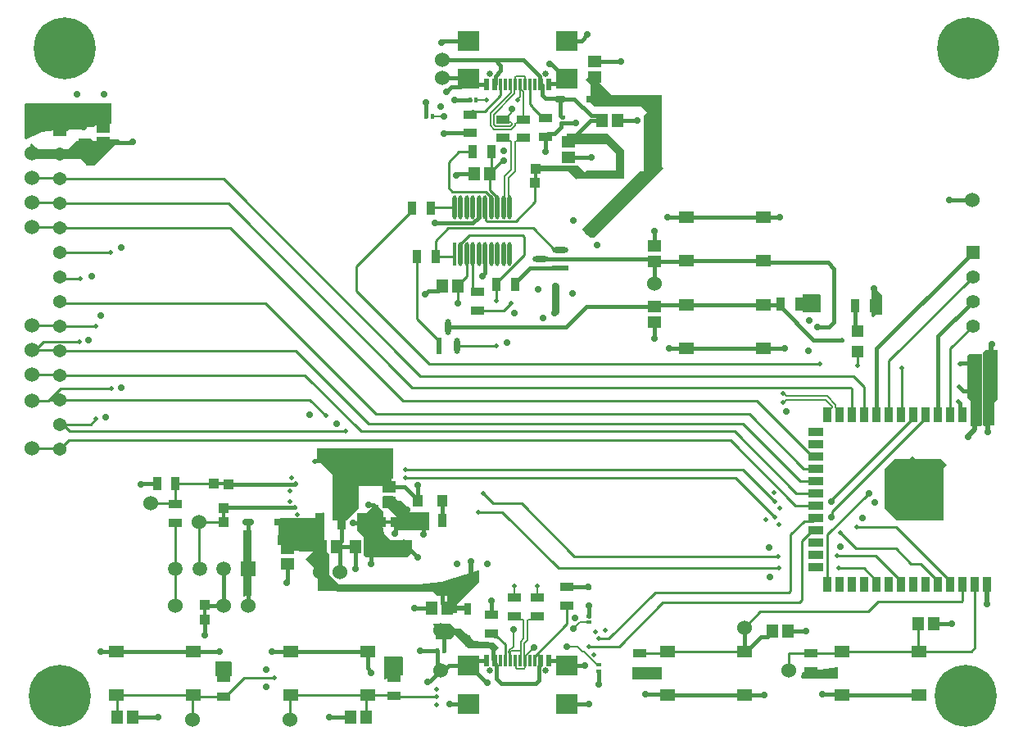
<source format=gtl>
G04*
G04 #@! TF.GenerationSoftware,Altium Limited,Altium Designer,25.3.2 (17)*
G04*
G04 Layer_Physical_Order=1*
G04 Layer_Color=255*
%FSLAX25Y25*%
%MOIN*%
G70*
G04*
G04 #@! TF.SameCoordinates,61AD8EE7-702F-4F1E-9177-D9EBC2C31418*
G04*
G04*
G04 #@! TF.FilePolarity,Positive*
G04*
G01*
G75*
%ADD16C,0.01000*%
%ADD18R,0.06102X0.05118*%
%ADD19R,0.05136X0.05733*%
%ADD20C,0.06000*%
%ADD21R,0.03937X0.03937*%
%ADD22R,0.02362X0.01378*%
%ADD23R,0.01378X0.02362*%
%ADD24R,0.01181X0.04528*%
%ADD25R,0.02362X0.04528*%
%ADD26R,0.08583X0.07874*%
G04:AMPARAMS|DCode=27|XSize=35.43mil|YSize=68.9mil|CornerRadius=1.95mil|HoleSize=0mil|Usage=FLASHONLY|Rotation=180.000|XOffset=0mil|YOffset=0mil|HoleType=Round|Shape=RoundedRectangle|*
%AMROUNDEDRECTD27*
21,1,0.03543,0.06500,0,0,180.0*
21,1,0.03154,0.06890,0,0,180.0*
1,1,0.00390,-0.01577,0.03250*
1,1,0.00390,0.01577,0.03250*
1,1,0.00390,0.01577,-0.03250*
1,1,0.00390,-0.01577,-0.03250*
%
%ADD27ROUNDEDRECTD27*%
G04:AMPARAMS|DCode=28|XSize=125.98mil|YSize=68.9mil|CornerRadius=2.07mil|HoleSize=0mil|Usage=FLASHONLY|Rotation=180.000|XOffset=0mil|YOffset=0mil|HoleType=Round|Shape=RoundedRectangle|*
%AMROUNDEDRECTD28*
21,1,0.12598,0.06476,0,0,180.0*
21,1,0.12185,0.06890,0,0,180.0*
1,1,0.00413,-0.06093,0.03238*
1,1,0.00413,0.06093,0.03238*
1,1,0.00413,0.06093,-0.03238*
1,1,0.00413,-0.06093,-0.03238*
%
%ADD28ROUNDEDRECTD28*%
%ADD29R,0.05433X0.03622*%
%ADD30R,0.03543X0.05906*%
%ADD31R,0.05906X0.03543*%
%ADD32R,0.03543X0.03543*%
%ADD33R,0.04724X0.04724*%
G04:AMPARAMS|DCode=34|XSize=65.24mil|YSize=24.1mil|CornerRadius=12.05mil|HoleSize=0mil|Usage=FLASHONLY|Rotation=180.000|XOffset=0mil|YOffset=0mil|HoleType=Round|Shape=RoundedRectangle|*
%AMROUNDEDRECTD34*
21,1,0.06524,0.00000,0,0,180.0*
21,1,0.04114,0.02410,0,0,180.0*
1,1,0.02410,-0.02057,0.00000*
1,1,0.02410,0.02057,0.00000*
1,1,0.02410,0.02057,0.00000*
1,1,0.02410,-0.02057,0.00000*
%
%ADD34ROUNDEDRECTD34*%
%ADD35R,0.06524X0.02410*%
%ADD36R,0.03622X0.05433*%
%ADD37R,0.03937X0.03937*%
%ADD38R,0.04951X0.02766*%
G04:AMPARAMS|DCode=39|XSize=49.51mil|YSize=27.66mil|CornerRadius=13.83mil|HoleSize=0mil|Usage=FLASHONLY|Rotation=180.000|XOffset=0mil|YOffset=0mil|HoleType=Round|Shape=RoundedRectangle|*
%AMROUNDEDRECTD39*
21,1,0.04951,0.00000,0,0,180.0*
21,1,0.02185,0.02766,0,0,180.0*
1,1,0.02766,-0.01093,0.00000*
1,1,0.02766,0.01093,0.00000*
1,1,0.02766,0.01093,0.00000*
1,1,0.02766,-0.01093,0.00000*
%
%ADD39ROUNDEDRECTD39*%
%ADD40R,0.04331X0.04921*%
%ADD41R,0.05733X0.05136*%
%ADD42R,0.02766X0.04951*%
G04:AMPARAMS|DCode=43|XSize=49.51mil|YSize=27.66mil|CornerRadius=13.83mil|HoleSize=0mil|Usage=FLASHONLY|Rotation=270.000|XOffset=0mil|YOffset=0mil|HoleType=Round|Shape=RoundedRectangle|*
%AMROUNDEDRECTD43*
21,1,0.04951,0.00000,0,0,270.0*
21,1,0.02185,0.02766,0,0,270.0*
1,1,0.02766,0.00000,-0.01093*
1,1,0.02766,0.00000,0.01093*
1,1,0.02766,0.00000,0.01093*
1,1,0.02766,0.00000,-0.01093*
%
%ADD43ROUNDEDRECTD43*%
G04:AMPARAMS|DCode=44|XSize=97.53mil|YSize=16.81mil|CornerRadius=8.41mil|HoleSize=0mil|Usage=FLASHONLY|Rotation=90.000|XOffset=0mil|YOffset=0mil|HoleType=Round|Shape=RoundedRectangle|*
%AMROUNDEDRECTD44*
21,1,0.09753,0.00000,0,0,90.0*
21,1,0.08072,0.01681,0,0,90.0*
1,1,0.01681,0.00000,0.04036*
1,1,0.01681,0.00000,-0.04036*
1,1,0.01681,0.00000,-0.04036*
1,1,0.01681,0.00000,0.04036*
%
%ADD44ROUNDEDRECTD44*%
%ADD45R,0.01681X0.09753*%
G04:AMPARAMS|DCode=46|XSize=65.24mil|YSize=24.1mil|CornerRadius=12.05mil|HoleSize=0mil|Usage=FLASHONLY|Rotation=90.000|XOffset=0mil|YOffset=0mil|HoleType=Round|Shape=RoundedRectangle|*
%AMROUNDEDRECTD46*
21,1,0.06524,0.00000,0,0,90.0*
21,1,0.04114,0.02410,0,0,90.0*
1,1,0.02410,0.00000,0.02057*
1,1,0.02410,0.00000,-0.02057*
1,1,0.02410,0.00000,-0.02057*
1,1,0.02410,0.00000,0.02057*
%
%ADD46ROUNDEDRECTD46*%
%ADD47R,0.02410X0.06524*%
%ADD59C,0.02559*%
%ADD64C,0.25197*%
%ADD67C,0.00603*%
%ADD68C,0.01500*%
%ADD69C,0.02000*%
%ADD70C,0.03000*%
%ADD71R,0.04200X0.01500*%
%ADD72R,0.01500X0.04200*%
%ADD73C,0.05472*%
%ADD74R,0.05472X0.05472*%
%ADD75R,0.05394X0.05394*%
%ADD76C,0.05394*%
%ADD77R,0.05937X0.05937*%
%ADD78C,0.05937*%
%ADD79C,0.02756*%
%ADD80C,0.01968*%
G36*
X3400Y257800D02*
X37800D01*
Y249782D01*
X37525Y249565D01*
X34000Y250400D01*
X30700Y248200D01*
X25700D01*
X9700Y246100D01*
X3400Y243200D01*
X3200Y243000D01*
X2500Y243700D01*
Y256200D01*
Y257300D01*
X3200Y258000D01*
X3400Y257800D01*
D02*
G37*
G36*
X31500Y241500D02*
X33000Y243000D01*
X41043D01*
X41177Y242677D01*
X31000Y232500D01*
X27500D01*
Y233000D01*
X25000Y235500D01*
X24500Y235000D01*
X5000D01*
Y241000D01*
X5500Y241500D01*
X8000Y239000D01*
X22500D01*
X24500Y241000D01*
Y243500D01*
X29500D01*
X31500Y241500D01*
D02*
G37*
G36*
X246500Y238800D02*
Y227000D01*
X227400D01*
X227200Y226800D01*
X223300Y230700D01*
X208600D01*
Y231700D01*
X209400Y232500D01*
X209500Y232400D01*
X209700Y232600D01*
X227800D01*
X230600Y229800D01*
X231100Y230300D01*
X243300D01*
Y237300D01*
X238600Y242000D01*
X224100D01*
X223100Y243000D01*
Y245500D01*
X239800D01*
X246500Y238800D01*
D02*
G37*
G36*
X234504Y268347D02*
X234504Y268347D01*
X234504Y268347D01*
Y267996D01*
X241500Y261000D01*
X262000D01*
Y232000D01*
X262500Y231500D01*
X234500Y203500D01*
Y203000D01*
X233000D01*
X229500Y206500D01*
X253000Y230000D01*
X254500D01*
Y252500D01*
X256000Y254000D01*
X253500Y256500D01*
X234500D01*
X233000Y258000D01*
Y265500D01*
X231000Y267500D01*
X232000Y268500D01*
X234200D01*
X234504Y268347D01*
D02*
G37*
G36*
X326700Y179750D02*
Y172650D01*
X319400D01*
Y180150D01*
X325700D01*
X326000Y180450D01*
X326700Y179750D01*
D02*
G37*
G36*
X351600Y179500D02*
Y171700D01*
X348800D01*
X347900Y170800D01*
X347100Y171600D01*
Y183543D01*
X347423Y183677D01*
X351600Y179500D01*
D02*
G37*
G36*
X398500Y137700D02*
X398600Y137600D01*
X397200Y136200D01*
Y126900D01*
X393500D01*
X393100Y126500D01*
X392600Y127000D01*
Y156300D01*
X393600Y157300D01*
X398500D01*
Y137700D01*
D02*
G37*
G36*
X392100Y126700D02*
X391700Y126300D01*
X391500Y126500D01*
X387600D01*
Y136900D01*
X386300Y138200D01*
Y155100D01*
X387100Y155900D01*
X392100D01*
Y126700D01*
D02*
G37*
G36*
X377750Y110750D02*
X376500Y109500D01*
Y88000D01*
X357500D01*
X352500Y93000D01*
Y109000D01*
X356500Y113000D01*
X375500D01*
X377750Y110750D01*
D02*
G37*
G36*
X152500Y105000D02*
X152000D01*
X149000Y102000D01*
X138500D01*
Y93000D01*
X133500Y88000D01*
X128000D01*
Y106500D01*
X121500Y113000D01*
Y117500D01*
X152500D01*
Y105000D01*
D02*
G37*
G36*
X159400Y91300D02*
X167100D01*
Y84400D01*
X166900Y84200D01*
X153875D01*
X153633Y84453D01*
X153853Y89647D01*
X148400Y95100D01*
X148400Y97800D01*
X148323Y97877D01*
X148457Y98200D01*
X152500D01*
X159400Y91300D01*
D02*
G37*
G36*
X148858Y82942D02*
X151600Y80200D01*
X160200D01*
Y74900D01*
X158300Y73000D01*
X141500D01*
X140600Y73900D01*
Y81600D01*
X138000Y84200D01*
Y91200D01*
X141800D01*
X144640Y94040D01*
Y94360D01*
X146440D01*
X148858Y82942D01*
D02*
G37*
G36*
X95000Y84000D02*
Y57500D01*
X92500D01*
X92000Y57000D01*
X91500Y57500D01*
Y84000D01*
X93000D01*
X94000Y85000D01*
X95000Y84000D01*
D02*
G37*
G36*
X124500Y91000D02*
Y78649D01*
X122351Y76500D01*
X124500D01*
X126500Y74500D01*
Y66000D01*
X130500Y62000D01*
X163000D01*
X172300Y63000D01*
X187216Y67907D01*
X187500Y67702D01*
Y63000D01*
X178500Y54000D01*
Y50500D01*
X175500D01*
X174500Y51500D01*
Y57500D01*
X170500D01*
X168500Y59500D01*
X122000D01*
Y67500D01*
X117000Y72500D01*
X120000Y75500D01*
X114500D01*
X112000Y78000D01*
X105500D01*
Y82000D01*
X106500Y83000D01*
Y89000D01*
X121500D01*
X124000Y91500D01*
X124500Y91000D01*
D02*
G37*
G36*
X180000Y42000D02*
X182500D01*
X185298Y39202D01*
X193637Y38363D01*
X195616Y36384D01*
X193677Y34446D01*
X191921Y36202D01*
X183298D01*
X177297Y42202D01*
Y41203D01*
X175797Y39702D01*
X169798D01*
Y44703D01*
X168621Y45879D01*
X168755Y46202D01*
X175797D01*
X180000Y42000D01*
D02*
G37*
G36*
X86900Y30300D02*
Y24700D01*
X80300D01*
Y30800D01*
X86400D01*
X86900Y30300D01*
D02*
G37*
G36*
X333700Y28134D02*
Y23800D01*
X319200D01*
X318600Y24400D01*
X319200Y26400D01*
X333436Y28364D01*
X333700Y28134D01*
D02*
G37*
G36*
X156600Y32500D02*
Y25200D01*
X152900D01*
X149350Y23524D01*
X149000Y23651D01*
Y32800D01*
X155700D01*
X156000Y33100D01*
X156600Y32500D01*
D02*
G37*
G36*
X262000Y23300D02*
X250400D01*
X249800Y23900D01*
Y28600D01*
X262000D01*
Y23300D01*
D02*
G37*
D16*
X141653Y16657D02*
X142138Y17142D01*
X141653Y8000D02*
Y16657D01*
X39972Y17142D02*
X40347Y16767D01*
Y8000D02*
Y16767D01*
X366347Y35657D02*
X367146Y34858D01*
X366347Y35657D02*
Y46000D01*
X389400Y36400D02*
Y62202D01*
X387858Y34858D02*
X389400Y36400D01*
X346000Y51000D02*
X350000Y55000D01*
X302004Y51000D02*
X346000D01*
X295504Y44500D02*
X302004Y51000D01*
X384400Y55586D02*
Y62202D01*
X383814Y55000D02*
X384400Y55586D01*
X350000Y55000D02*
X383814D01*
X313500Y27000D02*
X313600Y27100D01*
Y34200D01*
X17064Y207500D02*
X19504D01*
X196900Y91600D02*
X219800Y68700D01*
X187200Y91600D02*
X196900D01*
X189117Y99083D02*
X193200Y95000D01*
X192004Y229000D02*
Y229298D01*
X196670Y233964D01*
X197164D01*
X197500Y234300D01*
X179004Y176804D02*
Y183500D01*
X178800Y176600D02*
X179004Y176804D01*
X7000Y247500D02*
Y254100D01*
X359500Y131200D02*
Y150000D01*
X326400Y151700D02*
X326600Y151900D01*
X167300Y151700D02*
X326400D01*
X340500Y155862D02*
X341504Y156866D01*
Y151004D02*
Y156866D01*
X163700Y146900D02*
X339900D01*
X341500Y151000D02*
X341504Y151004D01*
X137500Y181500D02*
X167300Y151700D01*
X157700Y108800D02*
X294900D01*
X157600Y105400D02*
X291900D01*
X118740Y137160D02*
X125100Y130800D01*
X12183Y136980D02*
X16884D01*
X12183Y136800D02*
X17083Y141700D01*
X20810Y124600D02*
X133300D01*
X187004Y173480D02*
X197580D01*
X200700Y176600D01*
X213598Y251760D02*
X214504D01*
X209300Y256058D02*
X213598Y251760D01*
X209300Y256058D02*
Y256300D01*
X208181Y257419D02*
X209300Y256300D01*
X208181Y257419D02*
Y265512D01*
X210150Y32909D02*
X223400Y46160D01*
Y53440D01*
X210150Y31236D02*
Y32909D01*
X379400Y62202D02*
Y63384D01*
X357283Y85500D02*
X379400Y63384D01*
X341400Y85500D02*
X357283D01*
X374400Y62202D02*
Y63384D01*
X367284Y70500D02*
X374400Y63384D01*
X363300Y70500D02*
X367284D01*
X357093Y76707D02*
X363300Y70500D01*
X340893Y76707D02*
X357093D01*
X334500Y83100D02*
X340893Y76707D01*
X137500Y181500D02*
Y191350D01*
X160244Y214094D01*
Y215000D01*
X83440Y227160D02*
X163700Y146900D01*
X339900D02*
X344400Y142400D01*
X338814Y142200D02*
X339400Y141614D01*
X160400Y142200D02*
X338814D01*
X85440Y217160D02*
X160400Y142200D01*
X339400Y131100D02*
Y141614D01*
X300549Y136900D02*
X323298Y114151D01*
X86340Y207160D02*
X156600Y136900D01*
X300549D01*
X17064Y207160D02*
X19504D01*
X86340D01*
X17144Y197080D02*
X37620D01*
X37700Y197000D01*
X17064Y197160D02*
X17144Y197080D01*
X17083Y141700D02*
X37900D01*
X7000Y136800D02*
X12183D01*
X16884Y136980D02*
X17064Y137160D01*
Y167160D02*
X17094Y167130D01*
X31670D02*
X31700Y167100D01*
X17094Y167130D02*
X31670D01*
X18250Y127160D02*
X29560D01*
X31700Y129300D01*
X17064Y127160D02*
X18250D01*
X17064Y137160D02*
X118740D01*
X17824Y186400D02*
X25300D01*
X17064Y187160D02*
X17824Y186400D01*
X7000Y167500D02*
X17064D01*
Y177160D02*
X17824Y176400D01*
X100600D02*
X145450Y131550D01*
X17824Y176400D02*
X100600D01*
X10400Y160900D02*
X24900D01*
X7000Y157500D02*
X10400Y160900D01*
X193200Y95000D02*
X204900D01*
X226300Y73600D01*
X309400D01*
X333100Y73800D02*
X348984D01*
X359400Y63384D01*
Y62202D02*
Y63384D01*
X18250Y127160D02*
X20810Y124600D01*
X219800Y68700D02*
X309700D01*
X333800D02*
X344083D01*
X349400Y63384D01*
Y62202D02*
Y63384D01*
X329400Y62202D02*
Y82400D01*
X346100Y99100D01*
X190590Y209900D02*
X202600D01*
X190004Y215500D02*
X190134Y215370D01*
X202600Y209900D02*
X210404Y217704D01*
X190134Y210355D02*
Y215370D01*
Y210355D02*
X190590Y209900D01*
X367146Y34858D02*
X387858D01*
X358494Y108069D02*
Y111268D01*
X358200Y111562D02*
Y111824D01*
Y111562D02*
X358494Y111268D01*
X313600Y34200D02*
X322444D01*
X322504Y34260D01*
X369400Y129919D02*
Y131100D01*
X331236Y91755D02*
X369400Y129919D01*
X331236Y89836D02*
Y91755D01*
X330900Y89500D02*
X331236Y89836D01*
X364400Y129919D02*
Y131100D01*
X331278Y96797D02*
X364400Y129919D01*
X331278Y96278D02*
Y96797D01*
X330942Y95942D02*
X331278Y96278D01*
X294900Y108800D02*
X307900Y95800D01*
Y95700D02*
Y95800D01*
X291900Y105400D02*
X307800Y89500D01*
X354400Y152996D02*
X388564Y187160D01*
X354400Y131100D02*
Y152996D01*
X313714Y58900D02*
X314300Y59486D01*
Y82300D01*
X240200Y40000D02*
X259100Y58900D01*
X313714D01*
X314300Y82300D02*
X319880Y87880D01*
X323207D01*
X324479Y89151D01*
X244500Y36800D02*
X262400Y54700D01*
X317900D01*
X232400Y36800D02*
X244500D01*
X317900Y54700D02*
X319000Y55800D01*
Y79853D01*
X323298Y84151D01*
X324479D01*
X20604Y120700D02*
X289800D01*
X17064Y117160D02*
X20604Y120700D01*
X289800D02*
X316349Y94151D01*
X324479D01*
X116640Y147160D02*
X139500Y124300D01*
X291500D02*
X316649Y99151D01*
X139500Y124300D02*
X291500D01*
X17064Y147160D02*
X116640D01*
X316649Y99151D02*
X324479D01*
X318249Y104151D02*
X324479D01*
X294900Y127500D02*
X318249Y104151D01*
X142700Y127500D02*
X294900D01*
X319749Y109151D02*
X324479D01*
X154600Y131400D02*
X297500D01*
X319749Y109151D01*
X7004Y207500D02*
X17064D01*
X323298Y114151D02*
X324479D01*
X373515Y94185D02*
X373700Y94000D01*
X372378Y94185D02*
X373515D01*
X369518Y97045D02*
X372378Y94185D01*
X364600Y92900D02*
Y93162D01*
X364006Y93756D02*
X364600Y93162D01*
X364006Y93756D02*
Y97045D01*
X354100Y94200D02*
X354259Y94359D01*
X355809D01*
X358494Y97045D01*
X353700Y103100D02*
X353962D01*
X354505Y102557D01*
X358494D01*
X363800Y108275D02*
Y113000D01*
Y108275D02*
X364006Y108069D01*
X372215Y111815D02*
X372400Y112000D01*
X372215Y110765D02*
Y111815D01*
X369518Y108069D02*
X372215Y110765D01*
X372357Y102557D02*
X374000Y104200D01*
X369518Y102557D02*
X372357D01*
X374130Y99585D02*
X374815D01*
X366948Y99615D02*
X374100D01*
X364006Y102557D02*
X366948Y99615D01*
X374100D02*
X374130Y99585D01*
X374815D02*
X375000Y99400D01*
X17064Y217160D02*
X85440D01*
X7000Y217500D02*
X17064D01*
X344400Y131100D02*
Y142400D01*
X359400Y131100D02*
X359500Y131200D01*
X379400Y131100D02*
Y157996D01*
X388564Y167160D01*
X7000Y117500D02*
X17064D01*
X7000Y157500D02*
X17064D01*
X7000Y147500D02*
X17064D01*
Y227160D02*
X83440D01*
X7000Y227500D02*
X17064D01*
X192504Y215500D02*
Y219536D01*
X195004Y215500D02*
Y219536D01*
X174900Y207000D02*
X209626D01*
X205886Y196047D02*
Y203514D01*
X180004Y196498D02*
Y200534D01*
X183570Y204100D01*
X205300D02*
X205886Y203514D01*
X183570Y204100D02*
X205300D01*
X177504Y195841D02*
Y196498D01*
X185004Y182311D02*
Y196498D01*
X179004Y183500D02*
Y183798D01*
X182504Y187298D01*
Y196498D01*
X177164Y195500D02*
X177504Y195841D01*
X169764Y195500D02*
X177164D01*
X162244Y170138D02*
Y195500D01*
X194700Y177500D02*
Y183956D01*
X194744Y184906D02*
X205886Y196047D01*
X194700Y183956D02*
X194744Y184000D01*
Y184906D01*
X194561Y159061D02*
X194700Y159200D01*
X178744Y159061D02*
X189461D01*
X189500Y159100D01*
X189461Y159061D02*
X194561D01*
X162244Y170138D02*
X171264Y161118D01*
Y159061D02*
Y161118D01*
X185004Y182311D02*
X186315Y181000D01*
X187004D01*
X190140Y221900D02*
X192504Y219536D01*
X218386Y198240D02*
X220443D01*
X209626Y207000D02*
X218386Y198240D01*
X169764Y201864D02*
X174900Y207000D01*
X192004Y222536D02*
X195004Y219536D01*
X169764Y195500D02*
Y201864D01*
X189771Y254571D02*
X196370Y261170D01*
Y265512D01*
X192504Y229500D02*
Y238000D01*
X192004Y229000D02*
X192504Y229500D01*
X210404Y217704D02*
Y225300D01*
X193815Y40929D02*
X195071D01*
X198339Y37661D01*
X192504Y42240D02*
X193815Y40929D01*
X142138Y17142D02*
X152602D01*
X153004Y16740D02*
X153344Y16400D01*
X152602Y17142D02*
X153004Y16740D01*
X84409Y16480D02*
X91929Y24000D01*
X83504Y16480D02*
X84409D01*
X91929Y24000D02*
X104200D01*
X110700Y17003D02*
X110839Y17142D01*
X198339Y31236D02*
Y37661D01*
X110839Y17142D02*
X142138D01*
X153344Y16400D02*
X170200D01*
X154500Y131500D02*
X154600Y131400D01*
X145450Y131500D02*
X154500D01*
X113040Y157160D02*
X142700Y127500D01*
X145450Y131500D02*
Y131550D01*
X263784Y34260D02*
X264382Y34858D01*
X295681D01*
X335354D02*
X366654D01*
X334756Y34260D02*
X335354Y34858D01*
X322504Y34260D02*
X334756D01*
X175100Y233700D02*
X179400Y238000D01*
X184984D01*
X175100Y223400D02*
Y233700D01*
X168264Y215500D02*
X177504D01*
X175100Y223400D02*
X176600Y221900D01*
X167764Y215000D02*
X168264Y215500D01*
X176600Y221900D02*
X190140D01*
X185315Y254571D02*
X189771D01*
X71000Y16870D02*
X71272Y17142D01*
X110700Y7100D02*
Y17003D01*
X83304Y87500D02*
X83504Y87300D01*
X63976Y68500D02*
X63990Y68486D01*
Y53514D02*
Y68486D01*
X73662Y68657D02*
X73819Y68500D01*
X63990Y53514D02*
X64004Y53500D01*
X63976Y87213D02*
X64004Y87240D01*
Y94760D02*
Y103000D01*
X73504Y87500D02*
X83304D01*
X64004Y103000D02*
X79604D01*
X54004Y95000D02*
X63764D01*
X64004Y94760D01*
X73504Y87500D02*
X73662Y87343D01*
X71933Y16480D02*
X83504D01*
X73662Y68657D02*
Y87343D01*
X63976Y68500D02*
Y87213D01*
X71272Y17142D02*
X71933Y16480D01*
X71000Y7000D02*
Y16870D01*
X39972Y17142D02*
X71272D01*
X236100Y40000D02*
X240200D01*
X253004Y34260D02*
X263784D01*
X192004Y222536D02*
Y229000D01*
X17064Y157160D02*
X113040D01*
D18*
X142138Y17142D02*
D03*
X110839D02*
D03*
X142138Y34858D02*
D03*
X110839D02*
D03*
X271854Y211358D02*
D03*
X303154D02*
D03*
X271854Y193642D02*
D03*
X303154D02*
D03*
X335354Y34858D02*
D03*
X366654D02*
D03*
X335354Y17142D02*
D03*
X366654D02*
D03*
X295681D02*
D03*
X264382D02*
D03*
X295681Y34858D02*
D03*
X264382D02*
D03*
X39972D02*
D03*
X71272D02*
D03*
X39972Y17142D02*
D03*
X71272D02*
D03*
X303154Y158142D02*
D03*
X271854D02*
D03*
X303154Y175858D02*
D03*
X271854D02*
D03*
D19*
X141653Y8000D02*
D03*
X135347D02*
D03*
X40347D02*
D03*
X46653D02*
D03*
X372653Y46000D02*
D03*
X366347D02*
D03*
X313153Y43000D02*
D03*
X306847D02*
D03*
X237747Y250700D02*
D03*
X244053D02*
D03*
X179004Y183500D02*
D03*
X172699D02*
D03*
X192004Y229000D02*
D03*
X185699D02*
D03*
X174504Y52500D02*
D03*
X168199D02*
D03*
X143504Y77500D02*
D03*
X137199D02*
D03*
X123351D02*
D03*
X129657D02*
D03*
X389347Y140800D02*
D03*
X395653D02*
D03*
X389495Y152000D02*
D03*
X395800D02*
D03*
D20*
X5701Y217600D02*
D03*
X172504Y275500D02*
D03*
Y268000D02*
D03*
X5701Y167500D02*
D03*
Y147500D02*
D03*
Y136800D02*
D03*
Y157500D02*
D03*
X5700Y207400D02*
D03*
X143004Y113500D02*
D03*
X388400Y218600D02*
D03*
X5701Y227500D02*
D03*
Y237500D02*
D03*
X71000Y7000D02*
D03*
X110700Y7100D02*
D03*
X73504Y87500D02*
D03*
X64004Y53500D02*
D03*
X54004Y95000D02*
D03*
X157004Y77500D02*
D03*
X313500Y27000D02*
D03*
X295504Y44500D02*
D03*
X172000Y43500D02*
D03*
X123004Y67000D02*
D03*
X131004D02*
D03*
X93571Y53500D02*
D03*
X83504D02*
D03*
X172000Y27100D02*
D03*
X258800Y184500D02*
D03*
X5701Y117500D02*
D03*
Y247500D02*
D03*
D21*
X153504Y87500D02*
D03*
X147604Y87600D02*
D03*
X85504Y102900D02*
D03*
X79604Y103000D02*
D03*
D22*
X232300Y46720D02*
D03*
Y49279D02*
D03*
X236100Y29480D02*
D03*
Y26921D02*
D03*
X221504Y252280D02*
D03*
Y249720D02*
D03*
D23*
X168500Y252500D02*
D03*
X165941D02*
D03*
X186380Y259200D02*
D03*
X183820D02*
D03*
X173280Y35000D02*
D03*
X170721D02*
D03*
D24*
X210150Y31236D02*
D03*
X208181D02*
D03*
X206213D02*
D03*
X204244D02*
D03*
X202276D02*
D03*
X200307D02*
D03*
X198339D02*
D03*
X196370D02*
D03*
Y265512D02*
D03*
X198339D02*
D03*
X200307D02*
D03*
X202276D02*
D03*
X204244D02*
D03*
X206213D02*
D03*
X208181D02*
D03*
X210150D02*
D03*
D25*
X212709Y31236D02*
D03*
X193811D02*
D03*
X215858D02*
D03*
X190661D02*
D03*
X193811Y265512D02*
D03*
X212709D02*
D03*
X190661D02*
D03*
X215858D02*
D03*
D26*
X223378Y28972D02*
D03*
X183142D02*
D03*
X223378Y13500D02*
D03*
X183142D02*
D03*
Y267776D02*
D03*
X223378D02*
D03*
X183142Y283248D02*
D03*
X223378D02*
D03*
D27*
X122449Y87697D02*
D03*
X131504D02*
D03*
X140559D02*
D03*
D28*
X131504Y112303D02*
D03*
D29*
X211100Y49140D02*
D03*
Y56660D02*
D03*
X184004Y245740D02*
D03*
Y253260D02*
D03*
X197200Y251260D02*
D03*
Y243740D02*
D03*
X64004Y94760D02*
D03*
Y87240D02*
D03*
X322504Y34260D02*
D03*
Y26740D02*
D03*
X223400Y60960D02*
D03*
Y53440D02*
D03*
X201800Y49240D02*
D03*
Y56760D02*
D03*
X192504Y49760D02*
D03*
Y42240D02*
D03*
X83504Y16480D02*
D03*
Y24000D02*
D03*
X153004Y16740D02*
D03*
Y24260D02*
D03*
X253004Y34260D02*
D03*
Y26740D02*
D03*
X214504Y244240D02*
D03*
Y251760D02*
D03*
X205700Y251160D02*
D03*
Y243640D02*
D03*
X187004Y173480D02*
D03*
Y181000D02*
D03*
D30*
X394400Y131100D02*
D03*
X389400D02*
D03*
X384400D02*
D03*
X379400D02*
D03*
X374400D02*
D03*
X369400D02*
D03*
X364400D02*
D03*
X359400D02*
D03*
X354400D02*
D03*
X349400D02*
D03*
X344400D02*
D03*
X339400D02*
D03*
X334400D02*
D03*
X329400D02*
D03*
Y62202D02*
D03*
X334400D02*
D03*
X339400D02*
D03*
X344400D02*
D03*
X349400D02*
D03*
X354400D02*
D03*
X359400D02*
D03*
X364400D02*
D03*
X369400D02*
D03*
X374400D02*
D03*
X379400D02*
D03*
X384400D02*
D03*
X389400D02*
D03*
X394400D02*
D03*
D31*
X324479Y124151D02*
D03*
Y119151D02*
D03*
Y114151D02*
D03*
Y109151D02*
D03*
Y104151D02*
D03*
Y99151D02*
D03*
Y94151D02*
D03*
Y89151D02*
D03*
Y84151D02*
D03*
Y79151D02*
D03*
Y74151D02*
D03*
Y69151D02*
D03*
D32*
X364006Y102557D02*
D03*
X369518D02*
D03*
Y108069D02*
D03*
X364006D02*
D03*
X358494D02*
D03*
Y102557D02*
D03*
Y97045D02*
D03*
X364006D02*
D03*
X369518D02*
D03*
D33*
X341504Y156866D02*
D03*
Y165134D02*
D03*
D34*
X212565Y194500D02*
D03*
X220443Y198240D02*
D03*
D35*
Y190760D02*
D03*
D36*
X192504Y238000D02*
D03*
X184984D02*
D03*
X340744Y175500D02*
D03*
X348264D02*
D03*
X310244Y176000D02*
D03*
X317764D02*
D03*
X56484Y103000D02*
D03*
X64004D02*
D03*
X164984Y88000D02*
D03*
X172504D02*
D03*
X160244Y215000D02*
D03*
X167764D02*
D03*
X169764Y195500D02*
D03*
X162244D02*
D03*
X194744Y184000D02*
D03*
X202264D02*
D03*
D37*
X83604Y93200D02*
D03*
X83504Y87300D02*
D03*
X75904Y47800D02*
D03*
X76004Y53700D02*
D03*
X210404Y225300D02*
D03*
X210504Y231200D02*
D03*
D38*
X106502Y87500D02*
D03*
X233502Y259500D02*
D03*
D39*
X93506Y87500D02*
D03*
X220506Y259500D02*
D03*
D40*
X162583Y96000D02*
D03*
X172425D02*
D03*
D41*
X234504Y268347D02*
D03*
Y274653D02*
D03*
X224004Y242153D02*
D03*
Y235847D02*
D03*
X151004Y95347D02*
D03*
Y101653D02*
D03*
X109504Y76653D02*
D03*
Y70347D02*
D03*
X259004Y175153D02*
D03*
Y168847D02*
D03*
Y193347D02*
D03*
Y199653D02*
D03*
X34500Y248153D02*
D03*
Y241847D02*
D03*
D42*
X183004Y51998D02*
D03*
D43*
Y39002D02*
D03*
D44*
X177504Y215500D02*
D03*
X180004D02*
D03*
X182504D02*
D03*
X185004D02*
D03*
X187504D02*
D03*
X190004D02*
D03*
X192504D02*
D03*
X195004D02*
D03*
X197504D02*
D03*
X200004D02*
D03*
Y196498D02*
D03*
X197504D02*
D03*
X195004D02*
D03*
X192504D02*
D03*
X190004D02*
D03*
X187504D02*
D03*
X185004D02*
D03*
X182504D02*
D03*
X180004D02*
D03*
D45*
X177504D02*
D03*
D46*
X175004Y166939D02*
D03*
X178744Y159061D02*
D03*
D47*
X171264D02*
D03*
D59*
X214638Y27004D02*
D03*
X191882D02*
D03*
Y269744D02*
D03*
X214638D02*
D03*
D64*
X386487Y280000D02*
D03*
X385700Y16800D02*
D03*
X19004Y280000D02*
D03*
X17000Y16700D02*
D03*
D67*
X205930Y31519D02*
Y38181D01*
X209803Y36500D02*
X210000D01*
X206213Y31236D02*
Y32909D01*
X209803Y36500D01*
X200018Y31525D02*
X200307Y31236D01*
X200018Y31525D02*
Y34120D01*
X199704Y34434D02*
X200018Y34120D01*
X199704Y34434D02*
Y35037D01*
X201600Y36933D01*
Y43800D01*
X201800Y49240D02*
X203309Y47731D01*
X205375D01*
X205728Y47377D01*
Y39963D02*
Y47377D01*
X204527Y38763D02*
X205728Y39963D01*
X204527Y35141D02*
Y38763D01*
X200307Y31236D02*
Y34787D01*
X200660Y35141D01*
X204527D01*
X205800Y268900D02*
X206213Y268487D01*
X202553Y268900D02*
X205800D01*
X204244Y260614D02*
Y265512D01*
X206213D02*
Y268487D01*
X202200Y265436D02*
Y268547D01*
X202553Y268900D01*
X201600Y49040D02*
X201800Y49240D01*
X226000Y44000D02*
X228720Y46720D01*
X232300D01*
X223300Y36700D02*
X227600D01*
X229500Y34800D01*
X230287D01*
X235608Y29480D01*
X236100D01*
X206213Y28313D02*
Y31236D01*
X205800Y27900D02*
X206213Y28313D01*
X202918Y27900D02*
X205800D01*
X202565Y28253D02*
X202918Y27900D01*
X202565Y28253D02*
Y30947D01*
X202276Y31236D02*
X202565Y30947D01*
X197200Y251260D02*
X198106D01*
X200488Y253642D01*
Y255088D01*
X200900Y255500D01*
X173300Y252500D02*
X173400Y252600D01*
X168500Y252500D02*
X173300D01*
X203100Y259470D02*
X204244Y260614D01*
X203100Y259100D02*
Y259470D01*
X190400Y259200D02*
X190500Y259100D01*
X186380Y259200D02*
X190400D01*
X201993Y265229D02*
X202200Y265436D01*
X204244Y263839D02*
Y265512D01*
Y263839D02*
X205700Y262383D01*
Y251160D02*
Y262383D01*
X312447Y138652D02*
X329135D01*
X332601Y135185D01*
Y134080D02*
Y135185D01*
X311400Y139699D02*
X312447Y138652D01*
X334400Y131100D02*
Y132281D01*
X311400Y139699D02*
Y139700D01*
X332601Y134080D02*
X334400Y132281D01*
X311397Y136200D02*
X311399D01*
X331199Y134080D02*
Y134604D01*
X312447Y137249D02*
X328554D01*
X311399Y136200D02*
X312447Y137249D01*
X329400Y132281D02*
X331199Y134080D01*
X329400Y131100D02*
Y132281D01*
X328554Y137249D02*
X331199Y134604D01*
X201800Y56560D02*
Y61300D01*
X211100Y56660D02*
Y61400D01*
Y56660D02*
X211100Y56660D01*
X204244Y31236D02*
X204527Y31519D01*
Y35141D01*
X207131Y39382D02*
Y47377D01*
X205930Y31519D02*
X206213Y31236D01*
X205930Y38181D02*
X207131Y39382D01*
X209690Y47731D02*
X211100Y49140D01*
X207131Y47377D02*
X207484Y47731D01*
X209690D01*
X201993Y261683D02*
Y265229D01*
X200590Y262264D02*
Y265229D01*
X200307Y265512D02*
X200590Y265229D01*
X193579Y253269D02*
X201993Y261683D01*
X194285Y248544D02*
X200115D01*
X200769Y249199D01*
Y249698D01*
X200416Y250052D02*
X200769Y249698D01*
X198408Y250052D02*
X200416D01*
X193579Y249251D02*
X194285Y248544D01*
X197200Y251260D02*
X198408Y250052D01*
X193579Y249251D02*
Y253269D01*
X192176Y253850D02*
X200590Y262264D01*
X192176Y248670D02*
Y253850D01*
Y248670D02*
X193704Y247141D01*
X202172Y248618D02*
Y249557D01*
X200696Y247141D02*
X202172Y248618D01*
X202525Y249910D02*
X204450D01*
X202172Y249557D02*
X202525Y249910D01*
X193704Y247141D02*
X200696D01*
X204450Y249910D02*
X205700Y251160D01*
X199455Y227429D02*
X202131Y230104D01*
X199455Y220376D02*
Y227429D01*
X200004Y215500D02*
Y219828D01*
X199455Y220376D02*
X200004Y219828D01*
X202131Y242079D02*
X202484Y242432D01*
X204492D02*
X205700Y243640D01*
X202131Y230104D02*
Y242079D01*
X202484Y242432D02*
X204492D01*
X197504Y219828D02*
X198053Y220376D01*
Y228010D02*
X200728Y230685D01*
X198053Y220376D02*
Y228010D01*
X200728Y230685D02*
Y242137D01*
X200375Y242491D02*
X200728Y242137D01*
X198450Y242491D02*
X200375D01*
X197504Y215500D02*
Y219828D01*
X197200Y243740D02*
X198450Y242491D01*
D68*
X126500Y8000D02*
X135347D01*
X46653D02*
X57000D01*
X372653Y46000D02*
X380000D01*
X313153Y43000D02*
X320500D01*
X306847Y42702D02*
Y43000D01*
X305029Y40883D02*
X306847Y42702D01*
X302199Y40883D02*
X305029D01*
X296173Y34858D02*
X302199Y40883D01*
X295681Y34858D02*
X296173D01*
X348264Y175500D02*
Y182536D01*
X27053Y241847D02*
X46547D01*
X383378Y132122D02*
X384400Y131100D01*
X382700Y136373D02*
X383378Y135695D01*
X383300Y152000D02*
X389495D01*
X382700Y136373D02*
Y136500D01*
X382927Y142400D02*
X384527Y140800D01*
X382800Y142400D02*
X382927D01*
X383100Y151800D02*
X383300Y152000D01*
X383378Y132122D02*
Y135695D01*
X158200Y77500D02*
X162700Y73000D01*
X157004Y77500D02*
X158200D01*
X164984Y82784D02*
Y88000D01*
X164800Y82600D02*
X164984Y82784D01*
X19504Y247500D02*
Y248076D01*
Y247500D02*
X20080Y248076D01*
X19504Y247500D02*
X20157Y248153D01*
X19500Y255900D02*
X19504Y255896D01*
X34500Y248153D02*
Y256100D01*
X178300Y228600D02*
X178700Y229000D01*
X185699D01*
X173300Y245500D02*
X173540Y245740D01*
X184004D01*
X144640Y94360D02*
X147604Y91396D01*
X142940Y94360D02*
X144640D01*
X142700Y94600D02*
X142940Y94360D01*
X147604Y87600D02*
Y91396D01*
X143500Y70400D02*
X143504Y70404D01*
Y77500D01*
X137100Y87100D02*
X139962D01*
X140559Y87697D01*
X33658Y34858D02*
X39972D01*
X33600Y34800D02*
X33658Y34858D01*
X39972D02*
X71272D01*
X384527Y140800D02*
X389347D01*
X143506Y26260D02*
Y26600D01*
X142138Y27968D02*
Y34858D01*
Y27968D02*
X143506Y26600D01*
X155353Y95347D02*
X158200Y92500D01*
X151004Y95347D02*
X155353D01*
X7000Y237500D02*
X19504D01*
X26860D02*
X28960Y235400D01*
X29300D01*
X212278Y265943D02*
X213140Y265081D01*
X205700Y275500D02*
X212278Y268922D01*
X194100Y275500D02*
X205700D01*
X212278Y265943D02*
Y268922D01*
X194100Y275500D02*
X196400Y273200D01*
X172504Y275500D02*
X194100D01*
X196400Y271000D02*
Y273200D01*
X172686Y54318D02*
X174504Y52500D01*
X172686Y54318D02*
Y57814D01*
X170500Y60000D02*
X172686Y57814D01*
X130004Y60000D02*
X170500D01*
X123004Y67000D02*
X130004Y60000D01*
X224004Y242153D02*
X224302D01*
X224004D02*
X240547D01*
X244800Y228979D02*
Y237900D01*
X229243Y228100D02*
X243921D01*
X244800Y228979D01*
X258706Y193347D02*
X259004D01*
X212565Y194500D02*
X257851D01*
X216300Y273900D02*
X216899D01*
X223024Y267776D01*
X223378D01*
X221504Y249720D02*
X221565Y249781D01*
X226781D01*
X226900Y249900D01*
X237747Y250700D02*
Y250998D01*
X235929Y252817D02*
X237747Y250998D01*
X233084Y252817D02*
X235929D01*
X226400Y259500D02*
X233084Y252817D01*
X220506Y259500D02*
X226400D01*
X232850Y250700D02*
X237747D01*
X224302Y242153D02*
X232850Y250700D01*
X233502Y259500D02*
X233871D01*
X234504Y260133D01*
X214504Y244240D02*
X215565Y245301D01*
X218101D01*
X221000Y248200D01*
Y248842D02*
X221073Y248915D01*
Y249659D01*
X221000Y248200D02*
Y248842D01*
X221073Y249659D02*
X221134Y249720D01*
X221504D01*
X232040Y60960D02*
X232100Y60900D01*
X223400Y60960D02*
X232040D01*
X236100Y21700D02*
X236200Y21600D01*
X236100Y21700D02*
Y23100D01*
X236100Y23100D01*
X236100Y23100D02*
Y26921D01*
X232300Y53400D02*
X232300Y53400D01*
Y49279D02*
Y53400D01*
X177600Y259000D02*
X183759D01*
X183820Y259061D01*
Y259200D01*
X165900Y258200D02*
X165920Y258180D01*
Y252520D02*
Y258180D01*
Y252520D02*
X165941Y252500D01*
X330720Y26820D02*
X330800Y26900D01*
X335354Y17142D02*
X366654D01*
X322584Y26820D02*
X330720D01*
X327300Y17300D02*
X335196D01*
X322504Y26740D02*
X322584Y26820D01*
X131500Y95500D02*
X131502Y95498D01*
Y87699D02*
Y95498D01*
Y87699D02*
X131504Y87697D01*
X257851Y194500D02*
X259004Y193347D01*
X325200Y166700D02*
X330000D01*
X332000Y168700D01*
Y190500D01*
X329500Y193000D02*
X332000Y190500D01*
X303795Y193000D02*
X329500D01*
X303154Y193642D02*
X303795Y193000D01*
X378800Y218300D02*
X378950Y218450D01*
X388250D01*
X388400Y218600D01*
X349400Y157996D02*
X388564Y197160D01*
X349400Y131100D02*
Y157996D01*
X295504Y35035D02*
Y44500D01*
X212278Y30805D02*
X212709Y31236D01*
X212000Y28844D02*
X212278Y29121D01*
X210621Y21800D02*
X212000Y23179D01*
X212278Y29121D02*
Y30805D01*
X212000Y23179D02*
Y28844D01*
X193811Y30154D02*
Y31236D01*
X194700Y23800D02*
Y29265D01*
Y23800D02*
X196700Y21800D01*
X193811Y30154D02*
X194700Y29265D01*
X193380Y31667D02*
X193811Y31236D01*
X194242Y268842D02*
X196400Y271000D01*
X194242Y265943D02*
Y268842D01*
X193811Y265512D02*
X194242Y265943D01*
X389347Y140800D02*
X389495Y140947D01*
Y152000D01*
X389400Y131100D02*
Y140747D01*
X389347Y140800D02*
X389400Y140747D01*
X374400Y131100D02*
Y162996D01*
X388564Y177160D01*
X26900Y242000D02*
X27053Y241847D01*
X26660Y241760D02*
X26900Y242000D01*
X20080Y248076D02*
X26676D01*
X23764Y241760D02*
X26660D01*
X19504Y237500D02*
X23764Y241760D01*
X19504Y237500D02*
X26860D01*
X303154Y211358D02*
X309742D01*
X309800Y211300D01*
X317764Y176000D02*
X324700D01*
X310244Y175094D02*
Y176000D01*
X310102Y175858D02*
X310244Y176000D01*
Y175094D02*
X323739Y161600D01*
X303154Y175858D02*
X310102D01*
X271854Y193642D02*
X303154D01*
X271854Y211358D02*
X303154D01*
X340744Y165894D02*
Y175500D01*
X329456Y161500D02*
X335400D01*
X340744Y165894D02*
X341504Y165134D01*
X311842Y158142D02*
X311900Y158200D01*
X323739Y161600D02*
X329356D01*
X329456Y161500D01*
X271854Y158142D02*
X303154D01*
X311842D01*
X271642Y193642D02*
X271854D01*
X271347Y193347D02*
X271642Y193642D01*
X259004Y193347D02*
X271347D01*
X259004Y199653D02*
Y205896D01*
X265000Y158200D02*
X265058Y158142D01*
X259004Y162104D02*
Y168847D01*
X259710Y175858D02*
X271854D01*
X259004Y175153D02*
X259710Y175858D01*
X265058Y158142D02*
X271854D01*
X259000Y162100D02*
X259004Y162104D01*
X258800Y193143D02*
X259004Y193347D01*
X258800Y184500D02*
Y193143D01*
X264300Y211400D02*
X264342Y211358D01*
X259000Y205900D02*
X259004Y205896D01*
X264342Y211358D02*
X271854D01*
X172699Y183202D02*
Y183500D01*
X202264Y184906D02*
X208118Y190760D01*
X202264Y184000D02*
Y184906D01*
X175004Y166939D02*
X222934D01*
X231147Y175153D01*
X259004D01*
X165600Y180100D02*
X166884Y181384D01*
X170880D01*
X172699Y183202D01*
X188800Y187500D02*
X190004Y188704D01*
Y196498D01*
X208118Y190760D02*
X220443D01*
X245153Y274653D02*
X245200Y274700D01*
X234504Y274653D02*
X245153D01*
X221545Y265943D02*
X223378Y267776D01*
X229248Y283248D02*
X231700Y285700D01*
X223378Y283248D02*
X229248D01*
X226143Y231200D02*
X229243Y228100D01*
X210504Y231200D02*
X226143D01*
X216289Y265943D02*
X221545D01*
X215858Y265512D02*
X216289Y265943D01*
X172400Y282600D02*
X173048Y283248D01*
X183142D01*
X185406Y265512D02*
X190661D01*
X213140Y261260D02*
Y265081D01*
X220264Y259742D02*
X220506Y259500D01*
X221134Y252280D02*
X221504D01*
X220506Y252907D02*
X221134Y252280D01*
X213140Y261260D02*
X214658Y259742D01*
X220264D01*
X220506Y252907D02*
Y259500D01*
X240547Y242153D02*
X244800Y237900D01*
X214500Y238000D02*
X214504Y238004D01*
Y244240D01*
X224004Y235847D02*
X224057Y235900D01*
X233300D01*
X244053Y250700D02*
X251896D01*
X173280Y35000D02*
Y41003D01*
X163500Y35000D02*
X170721D01*
X153000Y31200D02*
X153004Y31196D01*
X110839Y34858D02*
X142138D01*
X175090Y28972D02*
X183142D01*
X103158Y34858D02*
X110839D01*
X103100Y34800D02*
X103158Y34858D01*
X83504Y53500D02*
X83583Y53579D01*
X83500Y28600D02*
X83504Y28596D01*
Y24000D02*
Y28596D01*
X161200Y52600D02*
X161300Y52500D01*
X168199D01*
X183589Y37900D02*
X192300D01*
X193380Y36820D01*
X183004Y38485D02*
Y40095D01*
Y38485D02*
X183589Y37900D01*
X153004Y24260D02*
Y31196D01*
X172000Y42282D02*
Y43500D01*
X192400Y55500D02*
X192504Y55396D01*
X179599Y43500D02*
X183004Y40095D01*
X172000Y43500D02*
X179599D01*
X172000Y42282D02*
X173280Y41003D01*
X192504Y49760D02*
Y55396D01*
X183496Y28972D02*
X190469Y22000D01*
X193380Y31667D02*
Y36820D01*
X190469Y22000D02*
X190900D01*
X183142Y28972D02*
X185406Y31236D01*
X190661D01*
X166740Y22840D02*
X167740D01*
X170721Y29597D02*
Y35000D01*
X173218Y27100D02*
X175090Y28972D01*
X172000Y27100D02*
X173218D01*
X170721Y29597D02*
X172000Y28318D01*
Y27100D02*
Y28318D01*
X167740Y22840D02*
X172000Y27100D01*
X166500Y22600D02*
X166740Y22840D01*
X162583Y96000D02*
X162641Y96059D01*
X162583Y96000D02*
Y96295D01*
X172425Y96000D02*
X172465Y95961D01*
X162641Y96059D02*
Y102541D01*
X151004Y101653D02*
X157226D01*
X151004D02*
Y111504D01*
X157226Y101653D02*
X162583Y96295D01*
X162641Y102541D02*
X162700Y102600D01*
X112700Y102900D02*
X112800Y103000D01*
X149260Y116200D02*
X149600D01*
X151004Y111504D02*
X151100Y111600D01*
X147421Y114361D02*
X149260Y116200D01*
X143004Y113500D02*
X143865Y114361D01*
X147421D01*
X120500Y112200D02*
X120603Y112303D01*
X132701Y113500D02*
X143004D01*
X131504Y112303D02*
X132701Y113500D01*
X120603Y112303D02*
X131504D01*
X264024Y17500D02*
X264382Y17142D01*
X260230Y26670D02*
X260300Y26600D01*
X295681Y17142D02*
X295823Y17000D01*
X264382Y17142D02*
X295681D01*
X335196Y17300D02*
X335354Y17142D01*
X184004Y253260D02*
X185065Y254321D01*
X176189Y264589D02*
X179955D01*
X183142Y267776D01*
X174200Y262600D02*
X176189Y264589D01*
X172504Y268000D02*
X182917D01*
X183142Y267776D01*
X185406Y265512D01*
X169500Y209000D02*
X185040D01*
X187504Y211464D01*
Y215500D01*
X196700Y21800D02*
X210621D01*
X221114Y31236D02*
X223378Y28972D01*
X215858Y31236D02*
X221114D01*
X175600Y13500D02*
X183142D01*
X172465Y88039D02*
X172504Y88000D01*
X172465Y88039D02*
Y95961D01*
X140559Y86024D02*
Y87697D01*
X140656Y87600D01*
X83604Y93200D02*
X83704Y93300D01*
X153504Y82804D02*
Y87500D01*
X153400Y82700D02*
X153504Y82804D01*
X109400Y62800D02*
X109504Y62904D01*
Y76653D02*
X122504D01*
X123004Y67000D02*
Y77153D01*
X131004Y67000D02*
Y76153D01*
X109504Y62904D02*
Y70347D01*
X137199Y68501D02*
Y77500D01*
Y68501D02*
X137200Y68500D01*
X106502Y79357D02*
Y87500D01*
X109206Y76653D02*
X109504D01*
X106502Y79357D02*
X109206Y76653D01*
X93504Y68500D02*
X93571Y68433D01*
X93504Y68500D02*
X93506Y68502D01*
Y87500D01*
X83583Y68421D02*
X83662Y68500D01*
X129657Y77500D02*
Y77798D01*
X122449Y78403D02*
Y87697D01*
Y78403D02*
X123351Y77500D01*
X123004Y77153D02*
X123351Y77500D01*
X122504Y76653D02*
X123351Y77500D01*
X131504Y79646D02*
Y87697D01*
X129657Y77500D02*
X137199D01*
X129657D02*
X131004Y76153D01*
X129657Y77798D02*
X131504Y79646D01*
X49800Y102800D02*
X50000Y103000D01*
X85504Y102900D02*
X112700D01*
X83704Y93300D02*
X112500D01*
X50000Y103000D02*
X56484D01*
X76004Y53700D02*
X77022D01*
X77223Y53500D01*
X83504D01*
X83583Y53579D02*
Y68421D01*
X75902Y41602D02*
Y47798D01*
X75904Y47800D01*
X75900Y41600D02*
X75902Y41602D01*
X71272Y34858D02*
X71330Y34800D01*
X93571Y53500D02*
Y68433D01*
X71330Y34800D02*
X81900D01*
X271854Y175858D02*
X303154D01*
X223378Y28972D02*
X230672D01*
X230700Y29000D01*
X223378Y13500D02*
X232400D01*
X253074Y26670D02*
X260230D01*
X253004Y26740D02*
X253074Y26670D01*
X295823Y17000D02*
X303600D01*
X255300Y17500D02*
X264024D01*
D69*
X386700Y122100D02*
Y122304D01*
X389400Y125004D01*
Y131100D01*
X233502Y259500D02*
X255800D01*
X183004Y51998D02*
Y52117D01*
X182621Y52500D02*
X183004Y52117D01*
X174504Y52500D02*
X182621D01*
X174504Y52798D02*
X184100Y62394D01*
Y71400D01*
X218200Y172500D02*
X218700Y173000D01*
X231800Y205400D02*
X232200D01*
X258500Y231700D01*
Y256800D01*
X255800Y259500D02*
X258500Y256800D01*
X234504Y259883D02*
Y268347D01*
X234121Y259500D02*
X234504Y259883D01*
X233502Y259500D02*
X234121D01*
X394400Y131100D02*
X394500Y131000D01*
Y124200D02*
X394600Y124100D01*
X394500Y124200D02*
Y131000D01*
X394400Y131100D02*
Y132281D01*
X395800Y152000D02*
Y158896D01*
X396400Y159495D02*
Y159700D01*
X395800Y158896D02*
X396400Y159495D01*
X395653Y140800D02*
X395726Y140874D01*
Y151926D01*
X395800Y152000D01*
X394400Y132281D02*
X395653Y133534D01*
Y140800D01*
X394400Y54200D02*
Y62202D01*
D70*
X218700Y173000D02*
Y183400D01*
D71*
X150504Y87550D02*
D03*
X82512Y102950D02*
D03*
D72*
X83555Y90200D02*
D03*
X75954Y50801D02*
D03*
X210454Y228301D02*
D03*
D73*
X388564Y177160D02*
D03*
Y187160D02*
D03*
Y167160D02*
D03*
D74*
Y197160D02*
D03*
D75*
X17064Y247160D02*
D03*
D76*
Y117160D02*
D03*
Y127160D02*
D03*
Y137160D02*
D03*
Y147160D02*
D03*
Y157160D02*
D03*
Y167160D02*
D03*
Y227160D02*
D03*
Y217160D02*
D03*
Y237160D02*
D03*
Y177160D02*
D03*
Y187160D02*
D03*
Y197160D02*
D03*
Y207160D02*
D03*
D77*
X93504Y68500D02*
D03*
D78*
X83662D02*
D03*
X63976D02*
D03*
X73819D02*
D03*
D79*
X210000Y36500D02*
D03*
X126500Y8000D02*
D03*
X57000D02*
D03*
X380000Y46000D02*
D03*
X320500Y43000D02*
D03*
X348500Y95500D02*
D03*
X343500Y89000D02*
D03*
X202000Y172500D02*
D03*
X197500Y238500D02*
D03*
X129500Y127500D02*
D03*
X118500Y131000D02*
D03*
X322000Y169500D02*
D03*
X213500Y170500D02*
D03*
X211500Y182000D02*
D03*
X235500Y200000D02*
D03*
X226000Y210000D02*
D03*
X172000Y256500D02*
D03*
X178500Y70500D02*
D03*
X191000D02*
D03*
X199000Y160500D02*
D03*
X225500Y180500D02*
D03*
X321500Y157000D02*
D03*
X312500Y132500D02*
D03*
X334500Y77500D02*
D03*
X306000Y65000D02*
D03*
X305500Y77000D02*
D03*
X226500Y48500D02*
D03*
X101000Y20500D02*
D03*
Y27500D02*
D03*
X35500Y130000D02*
D03*
X42000Y142000D02*
D03*
X28500Y161500D02*
D03*
X33500Y171500D02*
D03*
X30000Y187500D02*
D03*
X42000Y199000D02*
D03*
X35000Y261500D02*
D03*
X24000D02*
D03*
X19504Y255896D02*
D03*
X348264Y182536D02*
D03*
X46700Y242000D02*
D03*
X197500Y234300D02*
D03*
X178800Y176600D02*
D03*
X162700Y73000D02*
D03*
X164800Y82600D02*
D03*
X7000Y254100D02*
D03*
X34500Y256100D02*
D03*
X178300Y228600D02*
D03*
X173300Y245500D02*
D03*
X142700Y94600D02*
D03*
X143500Y70400D02*
D03*
X136100Y87000D02*
D03*
X33600Y34800D02*
D03*
X143506Y26260D02*
D03*
X153400Y82700D02*
D03*
X158200Y92500D02*
D03*
X26900Y242000D02*
D03*
X29300Y235400D02*
D03*
X184100Y71400D02*
D03*
X218200Y172500D02*
D03*
X218700Y183400D02*
D03*
X231800Y205400D02*
D03*
X216300Y273900D02*
D03*
X226900Y249900D02*
D03*
X232040Y60960D02*
D03*
X236200Y21600D02*
D03*
X232300Y53400D02*
D03*
X201600Y43800D02*
D03*
X226000Y44000D02*
D03*
X223300Y36700D02*
D03*
X200900Y255500D02*
D03*
X173400Y252600D02*
D03*
X177600Y259000D02*
D03*
X330800Y26900D02*
D03*
X131500Y95500D02*
D03*
X165900Y258200D02*
D03*
X325200Y166700D02*
D03*
X346100Y99100D02*
D03*
X330900Y89500D02*
D03*
X330942Y95942D02*
D03*
X394600Y124100D02*
D03*
X386700Y122100D02*
D03*
X378800Y218300D02*
D03*
X396400Y159700D02*
D03*
X394400Y54200D02*
D03*
X214500Y238000D02*
D03*
X169500Y209000D02*
D03*
X233300Y235900D02*
D03*
X174200Y262600D02*
D03*
X259000Y205900D02*
D03*
X172400Y282600D02*
D03*
X245153Y274653D02*
D03*
X251896Y250700D02*
D03*
X231700Y285700D02*
D03*
X264300Y211400D02*
D03*
X26676Y248076D02*
D03*
X232400Y13500D02*
D03*
X327300Y17300D02*
D03*
X303600Y17000D02*
D03*
X255300Y17500D02*
D03*
X75900Y41600D02*
D03*
X81900Y34800D02*
D03*
X83500Y28600D02*
D03*
X49800Y102800D02*
D03*
X149600Y116200D02*
D03*
X151100Y111600D02*
D03*
X309771Y211329D02*
D03*
X190900Y22000D02*
D03*
X175600Y13500D02*
D03*
X153000Y31200D02*
D03*
X166500Y22600D02*
D03*
X260300Y26600D02*
D03*
X324700Y176000D02*
D03*
X311842Y158142D02*
D03*
X265000Y158200D02*
D03*
X259000Y162100D02*
D03*
X163500Y35000D02*
D03*
X230672Y28972D02*
D03*
X192504Y55396D02*
D03*
X161200Y52600D02*
D03*
X109400Y62800D02*
D03*
X103100Y34800D02*
D03*
X188800Y187500D02*
D03*
X165600Y180100D02*
D03*
X162700Y102600D02*
D03*
X137199Y68501D02*
D03*
D80*
X187200Y91600D02*
D03*
X189117Y99083D02*
D03*
X383100Y151800D02*
D03*
X382800Y142400D02*
D03*
X382700Y136500D02*
D03*
X341500Y151000D02*
D03*
X326400Y151700D02*
D03*
X111100Y105600D02*
D03*
X359500Y150000D02*
D03*
X157600Y105400D02*
D03*
X157700Y108800D02*
D03*
X125100Y130800D02*
D03*
X133300Y124600D02*
D03*
X200700Y176600D02*
D03*
X203100Y259100D02*
D03*
X190450Y259150D02*
D03*
X341400Y85500D02*
D03*
X334500Y83100D02*
D03*
X37700Y197000D02*
D03*
X37900Y141700D02*
D03*
X31700Y167100D02*
D03*
Y129300D02*
D03*
X25300Y186400D02*
D03*
X24900Y160900D02*
D03*
X309400Y73600D02*
D03*
X333100Y73800D02*
D03*
X110500Y100000D02*
D03*
X309700Y68700D02*
D03*
X333800D02*
D03*
X311397Y136200D02*
D03*
X311400Y139700D02*
D03*
X211100Y61400D02*
D03*
X201800Y61300D02*
D03*
X358200Y111824D02*
D03*
X309600Y86400D02*
D03*
X307900Y95700D02*
D03*
X307800Y89500D02*
D03*
X307700Y99400D02*
D03*
X375000D02*
D03*
X363800Y113000D02*
D03*
X353700Y103100D02*
D03*
X354100Y94200D02*
D03*
X364600Y92900D02*
D03*
X373700Y94000D02*
D03*
X374000Y104200D02*
D03*
X372400Y112000D02*
D03*
X335400Y161500D02*
D03*
X112800Y103000D02*
D03*
X120552Y112252D02*
D03*
X304100Y88400D02*
D03*
X170200Y19500D02*
D03*
Y16400D02*
D03*
X104200Y24000D02*
D03*
X170300Y13100D02*
D03*
X236100Y40000D02*
D03*
X234400Y33500D02*
D03*
X234800Y42800D02*
D03*
X310000Y93000D02*
D03*
X238900Y43300D02*
D03*
X232400Y36800D02*
D03*
X194700Y177500D02*
D03*
Y159200D02*
D03*
X110700Y95900D02*
D03*
X112500Y93300D02*
D03*
X113700Y90400D02*
D03*
M02*

</source>
